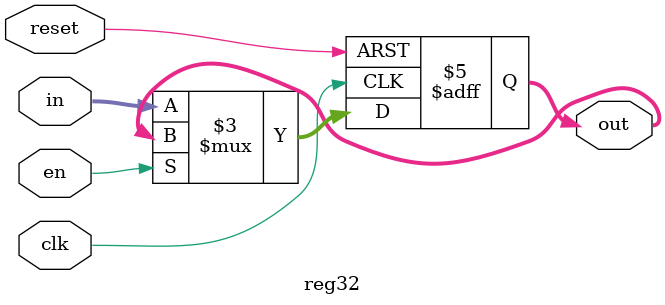
<source format=v>
`timescale 1ns/1ps;
module reg32(in, out, clk, reset,en);
input [31:0]in;
input clk,reset,en;
output reg [31:0] out;

always @(posedge clk or posedge reset) begin
	if (reset) out <= 0;
	else if (~en) out <= in;
end
endmodule


</source>
